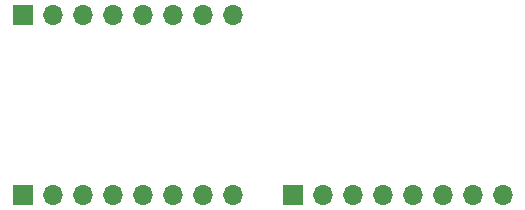
<source format=gbr>
%TF.GenerationSoftware,KiCad,Pcbnew,(5.1.10-1-10_14)*%
%TF.CreationDate,2021-10-16T23:36:31-04:00*%
%TF.ProjectId,address-register,61646472-6573-4732-9d72-656769737465,rev?*%
%TF.SameCoordinates,Original*%
%TF.FileFunction,Soldermask,Bot*%
%TF.FilePolarity,Negative*%
%FSLAX46Y46*%
G04 Gerber Fmt 4.6, Leading zero omitted, Abs format (unit mm)*
G04 Created by KiCad (PCBNEW (5.1.10-1-10_14)) date 2021-10-16 23:36:31*
%MOMM*%
%LPD*%
G01*
G04 APERTURE LIST*
%ADD10O,1.700000X1.700000*%
%ADD11R,1.700000X1.700000*%
G04 APERTURE END LIST*
D10*
%TO.C,J3*%
X188214000Y-28702000D03*
X185674000Y-28702000D03*
X183134000Y-28702000D03*
X180594000Y-28702000D03*
X178054000Y-28702000D03*
X175514000Y-28702000D03*
X172974000Y-28702000D03*
D11*
X170434000Y-28702000D03*
%TD*%
D10*
%TO.C,J2*%
X188214000Y-13462000D03*
X185674000Y-13462000D03*
X183134000Y-13462000D03*
X180594000Y-13462000D03*
X178054000Y-13462000D03*
X175514000Y-13462000D03*
X172974000Y-13462000D03*
D11*
X170434000Y-13462000D03*
%TD*%
D10*
%TO.C,J1*%
X211074000Y-28702000D03*
X208534000Y-28702000D03*
X205994000Y-28702000D03*
X203454000Y-28702000D03*
X200914000Y-28702000D03*
X198374000Y-28702000D03*
X195834000Y-28702000D03*
D11*
X193294000Y-28702000D03*
%TD*%
M02*

</source>
